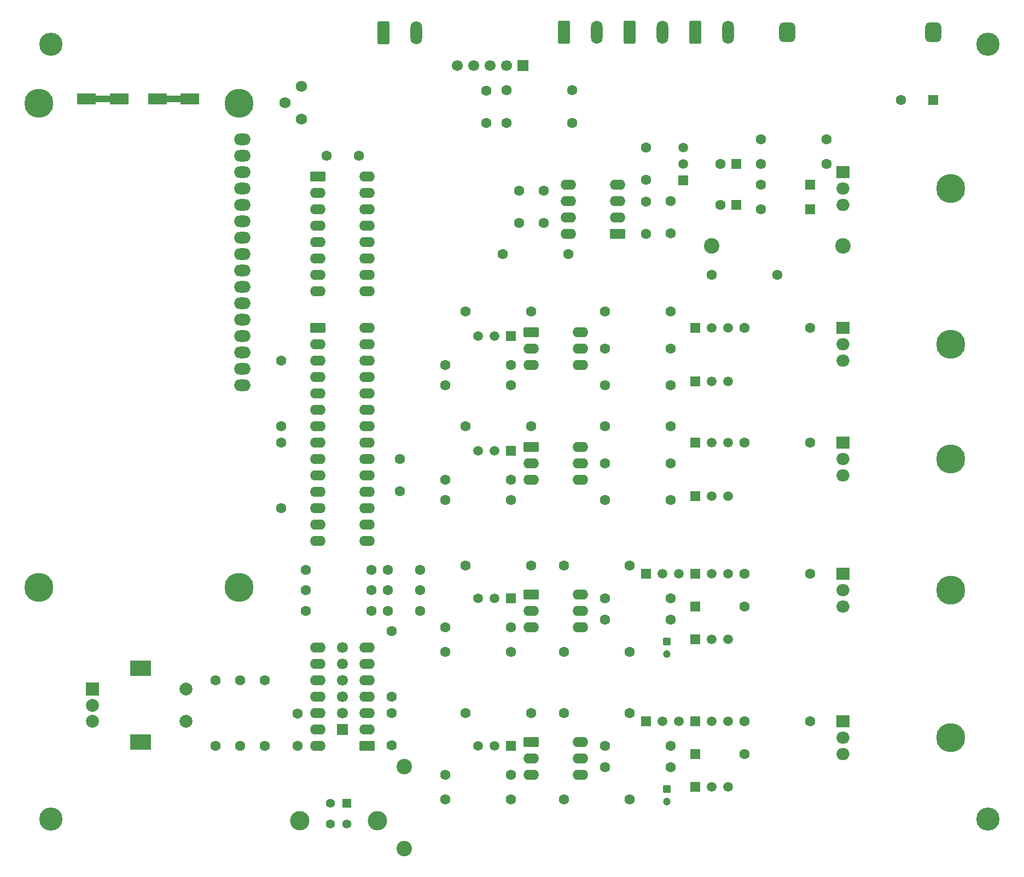
<source format=gbr>
%TF.GenerationSoftware,KiCad,Pcbnew,9.0.2*%
%TF.CreationDate,2025-07-13T15:59:37+02:00*%
%TF.ProjectId,Motor Control,4d6f746f-7220-4436-9f6e-74726f6c2e6b,1.0*%
%TF.SameCoordinates,Original*%
%TF.FileFunction,Soldermask,Bot*%
%TF.FilePolarity,Negative*%
%FSLAX46Y46*%
G04 Gerber Fmt 4.6, Leading zero omitted, Abs format (unit mm)*
G04 Created by KiCad (PCBNEW 9.0.2) date 2025-07-13 15:59:37*
%MOMM*%
%LPD*%
G01*
G04 APERTURE LIST*
G04 Aperture macros list*
%AMRoundRect*
0 Rectangle with rounded corners*
0 $1 Rounding radius*
0 $2 $3 $4 $5 $6 $7 $8 $9 X,Y pos of 4 corners*
0 Add a 4 corners polygon primitive as box body*
4,1,4,$2,$3,$4,$5,$6,$7,$8,$9,$2,$3,0*
0 Add four circle primitives for the rounded corners*
1,1,$1+$1,$2,$3*
1,1,$1+$1,$4,$5*
1,1,$1+$1,$6,$7*
1,1,$1+$1,$8,$9*
0 Add four rect primitives between the rounded corners*
20,1,$1+$1,$2,$3,$4,$5,0*
20,1,$1+$1,$4,$5,$6,$7,0*
20,1,$1+$1,$6,$7,$8,$9,0*
20,1,$1+$1,$8,$9,$2,$3,0*%
G04 Aperture macros list end*
%ADD10C,1.600000*%
%ADD11R,2.000000X1.905000*%
%ADD12C,4.500000*%
%ADD13O,2.000000X1.905000*%
%ADD14R,1.500000X1.500000*%
%ADD15C,1.500000*%
%ADD16R,1.700000X1.700000*%
%ADD17C,1.700000*%
%ADD18R,2.000000X2.000000*%
%ADD19C,2.000000*%
%ADD20R,3.200000X2.400000*%
%ADD21RoundRect,0.250000X-0.950000X-0.550000X0.950000X-0.550000X0.950000X0.550000X-0.950000X0.550000X0*%
%ADD22O,2.400000X1.600000*%
%ADD23RoundRect,0.250000X-0.650000X-1.550000X0.650000X-1.550000X0.650000X1.550000X-0.650000X1.550000X0*%
%ADD24O,1.800000X3.600000*%
%ADD25C,2.400000*%
%ADD26RoundRect,0.250000X-0.550000X-0.550000X0.550000X-0.550000X0.550000X0.550000X-0.550000X0.550000X0*%
%ADD27RoundRect,0.250000X-0.350000X0.350000X-0.350000X-0.350000X0.350000X-0.350000X0.350000X0.350000X0*%
%ADD28C,1.200000*%
%ADD29C,1.750000*%
%ADD30O,2.600000X1.800000*%
%ADD31R,3.000000X1.800000*%
%ADD32R,3.000000X1.000000*%
%ADD33RoundRect,0.250000X0.550000X0.550000X-0.550000X0.550000X-0.550000X-0.550000X0.550000X-0.550000X0*%
%ADD34RoundRect,0.250000X0.950000X0.550000X-0.950000X0.550000X-0.950000X-0.550000X0.950000X-0.550000X0*%
%ADD35C,3.600000*%
%ADD36R,1.400000X1.400000*%
%ADD37C,1.400000*%
%ADD38C,3.000000*%
%ADD39RoundRect,0.625000X-0.625000X-0.875000X0.625000X-0.875000X0.625000X0.875000X-0.625000X0.875000X0*%
G04 APERTURE END LIST*
D10*
%TO.C,R314*%
X112395000Y-110490000D03*
X122555000Y-110490000D03*
%TD*%
D11*
%TO.C,Q130*%
X195580000Y-87630000D03*
D12*
X212240000Y-90170000D03*
D13*
X195580000Y-90170000D03*
X195580000Y-92710000D03*
%TD*%
D10*
%TO.C,R900*%
X193040000Y-40640000D03*
X182880000Y-40640000D03*
%TD*%
D14*
%TO.C,Q121*%
X165100000Y-107950000D03*
D15*
X167640000Y-107950000D03*
X170180000Y-107950000D03*
%TD*%
D10*
%TO.C,R221*%
X133985000Y-116205000D03*
X144145000Y-116205000D03*
%TD*%
D14*
%TO.C,Q210*%
X144145000Y-134620000D03*
D15*
X141605000Y-134620000D03*
X139065000Y-134620000D03*
%TD*%
D16*
%TO.C,J410*%
X118110000Y-132080000D03*
D17*
X118110000Y-129540000D03*
X118110000Y-127000000D03*
X118110000Y-124460000D03*
X118110000Y-121920000D03*
X118110000Y-119380000D03*
%TD*%
D10*
%TO.C,R130*%
X180340000Y-87630000D03*
X190500000Y-87630000D03*
%TD*%
%TO.C,C906*%
X149225000Y-53570000D03*
X149225000Y-48570000D03*
%TD*%
D18*
%TO.C,SW310*%
X79375000Y-125810000D03*
D19*
X79375000Y-130810000D03*
X79375000Y-128310000D03*
D20*
X86875000Y-122610000D03*
X86875000Y-134010000D03*
D19*
X93875000Y-130810000D03*
X93875000Y-125810000D03*
%TD*%
D21*
%TO.C,U210*%
X147320000Y-133985000D03*
D22*
X147320000Y-136525000D03*
X147320000Y-139065000D03*
X154940000Y-139065000D03*
X154940000Y-136525000D03*
X154940000Y-133985000D03*
%TD*%
D10*
%TO.C,R901*%
X193040000Y-44450000D03*
X182880000Y-44450000D03*
%TD*%
%TO.C,R902*%
X175260000Y-61595000D03*
X185420000Y-61595000D03*
%TD*%
%TO.C,R212*%
X133985000Y-142875000D03*
X144145000Y-142875000D03*
%TD*%
%TO.C,R141*%
X158750000Y-67310000D03*
X168910000Y-67310000D03*
%TD*%
%TO.C,R143*%
X168910000Y-78740000D03*
X158750000Y-78740000D03*
%TD*%
D23*
%TO.C,J1*%
X124460000Y-24130000D03*
D24*
X129540000Y-24130000D03*
%TD*%
D10*
%TO.C,R210*%
X147320000Y-129540000D03*
X137160000Y-129540000D03*
%TD*%
%TO.C,C411*%
X125730000Y-129540000D03*
X125730000Y-134540000D03*
%TD*%
D21*
%TO.C,U220*%
X147320000Y-111125000D03*
D22*
X147320000Y-113665000D03*
X147320000Y-116205000D03*
X154940000Y-116205000D03*
X154940000Y-113665000D03*
X154940000Y-111125000D03*
%TD*%
D10*
%TO.C,R311*%
X102235000Y-124460000D03*
X102235000Y-134620000D03*
%TD*%
D25*
%TO.C,L410*%
X127645000Y-150495000D03*
X127645000Y-137795000D03*
%TD*%
D26*
%TO.C,D120*%
X172720000Y-113030000D03*
D10*
X180340000Y-113030000D03*
%TD*%
%TO.C,R122*%
X168910000Y-111760000D03*
X158750000Y-111760000D03*
%TD*%
%TO.C,R123*%
X168910000Y-115062000D03*
X158750000Y-115062000D03*
%TD*%
D27*
%TO.C,C120*%
X168275000Y-118407401D03*
D28*
X168275000Y-120407401D03*
%TD*%
D10*
%TO.C,R124*%
X152400000Y-120015000D03*
X162560000Y-120015000D03*
%TD*%
%TO.C,R315*%
X112395000Y-113665000D03*
X122555000Y-113665000D03*
%TD*%
%TO.C,R114*%
X152400000Y-142875000D03*
X162560000Y-142875000D03*
%TD*%
%TO.C,R220*%
X147320000Y-106680000D03*
X137160000Y-106680000D03*
%TD*%
%TO.C,R251*%
X143510000Y-33020000D03*
X153670000Y-33020000D03*
%TD*%
D29*
%TO.C,R300*%
X111760000Y-37465000D03*
X109220000Y-34925000D03*
X111760000Y-32385000D03*
%TD*%
D12*
%TO.C,DS300*%
X102120000Y-35040000D03*
X71120000Y-35040000D03*
X102120000Y-110040000D03*
X71120000Y-110040000D03*
D30*
X102620000Y-40640000D03*
X102620000Y-43180000D03*
X102620000Y-45720000D03*
X102620000Y-48260000D03*
X102620000Y-50800000D03*
X102620000Y-53340000D03*
X102620000Y-55880000D03*
X102620000Y-58420000D03*
X102620000Y-60960000D03*
X102620000Y-63500000D03*
X102620000Y-66040000D03*
X102620000Y-68580000D03*
X102620000Y-71120000D03*
X102620000Y-73660000D03*
X102620000Y-76200000D03*
X102620000Y-78740000D03*
D31*
X94480000Y-34400000D03*
D32*
X91940000Y-34400000D03*
D31*
X89440000Y-34400000D03*
X83560000Y-34400000D03*
D32*
X81020000Y-34400000D03*
D31*
X78480000Y-34400000D03*
%TD*%
D10*
%TO.C,R113*%
X168910000Y-137922000D03*
X158750000Y-137922000D03*
%TD*%
%TO.C,R110*%
X180340000Y-130810000D03*
X190500000Y-130810000D03*
%TD*%
%TO.C,R401*%
X108585000Y-97790000D03*
X108585000Y-87630000D03*
%TD*%
D21*
%TO.C,U400*%
X114300000Y-69850000D03*
D22*
X114300000Y-72390000D03*
X114300000Y-74930000D03*
X114300000Y-77470000D03*
X114300000Y-80010000D03*
X114300000Y-82550000D03*
X114300000Y-85090000D03*
X114300000Y-87630000D03*
X114300000Y-90170000D03*
X114300000Y-92710000D03*
X114300000Y-95250000D03*
X114300000Y-97790000D03*
X114300000Y-100330000D03*
X114300000Y-102870000D03*
X121920000Y-102870000D03*
X121920000Y-100330000D03*
X121920000Y-97790000D03*
X121920000Y-95250000D03*
X121920000Y-92710000D03*
X121920000Y-90170000D03*
X121920000Y-87630000D03*
X121920000Y-85090000D03*
X121920000Y-82550000D03*
X121920000Y-80010000D03*
X121920000Y-77470000D03*
X121920000Y-74930000D03*
X121920000Y-72390000D03*
X121920000Y-69850000D03*
%TD*%
D10*
%TO.C,R240*%
X147320000Y-67310000D03*
X137160000Y-67310000D03*
%TD*%
%TO.C,C410*%
X111125000Y-129620000D03*
X111125000Y-134620000D03*
%TD*%
D33*
%TO.C,C900*%
X209550000Y-34570000D03*
D10*
X204550000Y-34570000D03*
%TD*%
D11*
%TO.C,Q120*%
X195580000Y-107950000D03*
D12*
X212240000Y-110490000D03*
D13*
X195580000Y-110490000D03*
X195580000Y-113030000D03*
%TD*%
D10*
%TO.C,R241*%
X133985000Y-75565000D03*
X144145000Y-75565000D03*
%TD*%
D23*
%TO.C,J5*%
X172720000Y-24070000D03*
D24*
X177800000Y-24070000D03*
%TD*%
D10*
%TO.C,R132*%
X158750000Y-90805000D03*
X168910000Y-90805000D03*
%TD*%
D33*
%TO.C,D901*%
X190500000Y-47625000D03*
D10*
X182880000Y-47625000D03*
%TD*%
%TO.C,R133*%
X168910000Y-96520000D03*
X158750000Y-96520000D03*
%TD*%
%TO.C,R230*%
X147320000Y-85090000D03*
X137160000Y-85090000D03*
%TD*%
%TO.C,R313*%
X122555000Y-107315000D03*
X112395000Y-107315000D03*
%TD*%
D21*
%TO.C,U300*%
X114300000Y-46355000D03*
D22*
X114300000Y-48895000D03*
X114300000Y-51435000D03*
X114300000Y-53975000D03*
X114300000Y-56515000D03*
X114300000Y-59055000D03*
X114300000Y-61595000D03*
X114300000Y-64135000D03*
X121920000Y-64135000D03*
X121920000Y-61595000D03*
X121920000Y-59055000D03*
X121920000Y-56515000D03*
X121920000Y-53975000D03*
X121920000Y-51435000D03*
X121920000Y-48895000D03*
X121920000Y-46355000D03*
%TD*%
D10*
%TO.C,C400*%
X127000000Y-90170000D03*
X127000000Y-95170000D03*
%TD*%
%TO.C,C312*%
X125095000Y-113665000D03*
X130095000Y-113665000D03*
%TD*%
D33*
%TO.C,C901*%
X179070000Y-44450000D03*
D10*
X176570000Y-44450000D03*
%TD*%
D14*
%TO.C,Q220*%
X144145000Y-111760000D03*
D15*
X141605000Y-111760000D03*
X139065000Y-111760000D03*
%TD*%
D34*
%TO.C,U410*%
X121920000Y-134620000D03*
D22*
X121920000Y-132080000D03*
X121920000Y-129540000D03*
X121920000Y-127000000D03*
X121920000Y-124460000D03*
X121920000Y-121920000D03*
X121920000Y-119380000D03*
X114300000Y-119380000D03*
X114300000Y-121920000D03*
X114300000Y-124460000D03*
X114300000Y-127000000D03*
X114300000Y-129540000D03*
X114300000Y-132080000D03*
X114300000Y-134620000D03*
%TD*%
D10*
%TO.C,R121*%
X152400000Y-106680000D03*
X162560000Y-106680000D03*
%TD*%
%TO.C,C907*%
X145415000Y-53570000D03*
X145415000Y-48570000D03*
%TD*%
%TO.C,C903*%
X165100000Y-41910000D03*
X165100000Y-46910000D03*
%TD*%
%TO.C,C905*%
X165100000Y-55245000D03*
X165100000Y-50245000D03*
%TD*%
%TO.C,C311*%
X125095000Y-110490000D03*
X130095000Y-110490000D03*
%TD*%
D27*
%TO.C,C110*%
X168275000Y-141267401D03*
D28*
X168275000Y-143267401D03*
%TD*%
D35*
%TO.C,REF\u002A\u002A*%
X73010000Y-145920000D03*
%TD*%
D10*
%TO.C,R112*%
X168910000Y-134620000D03*
X158750000Y-134620000D03*
%TD*%
D35*
%TO.C,REF\u002A\u002A*%
X218010000Y-145920000D03*
%TD*%
D11*
%TO.C,Q110*%
X195580000Y-130810000D03*
D12*
X212240000Y-133350000D03*
D13*
X195580000Y-133350000D03*
X195580000Y-135890000D03*
%TD*%
D10*
%TO.C,C310*%
X125095000Y-107315000D03*
X130095000Y-107315000D03*
%TD*%
%TO.C,R232*%
X133985000Y-96520000D03*
X144145000Y-96520000D03*
%TD*%
D35*
%TO.C,REF\u002A\u002A*%
X73010000Y-25920000D03*
%TD*%
D23*
%TO.C,J4*%
X162560000Y-24070000D03*
D24*
X167640000Y-24070000D03*
%TD*%
D14*
%TO.C,Q142*%
X172720000Y-78105000D03*
D15*
X175260000Y-78105000D03*
X177800000Y-78105000D03*
%TD*%
D11*
%TO.C,Q140*%
X195580000Y-69850000D03*
D12*
X212240000Y-72390000D03*
D13*
X195580000Y-72390000D03*
X195580000Y-74930000D03*
%TD*%
D10*
%TO.C,R250*%
X153670000Y-38100000D03*
X143510000Y-38100000D03*
%TD*%
%TO.C,R140*%
X180340000Y-69850000D03*
X190500000Y-69850000D03*
%TD*%
D25*
%TO.C,R000*%
X175260000Y-57150000D03*
X195580000Y-57150000D03*
%TD*%
D10*
%TO.C,R142*%
X158750000Y-73025000D03*
X168910000Y-73025000D03*
%TD*%
D35*
%TO.C,REF\u002A\u002A*%
X218010000Y-25920000D03*
%TD*%
D10*
%TO.C,C904*%
X168910000Y-55165000D03*
X168910000Y-50165000D03*
%TD*%
D14*
%TO.C,Q131*%
X172720000Y-87630000D03*
D15*
X175260000Y-87630000D03*
X177800000Y-87630000D03*
%TD*%
D10*
%TO.C,R410*%
X125730000Y-116840000D03*
X125730000Y-127000000D03*
%TD*%
%TO.C,R903*%
X142875000Y-58420000D03*
X153035000Y-58420000D03*
%TD*%
%TO.C,R111*%
X152400000Y-129540000D03*
X162560000Y-129540000D03*
%TD*%
%TO.C,R312*%
X106045000Y-124460000D03*
X106045000Y-134620000D03*
%TD*%
%TO.C,R242*%
X133985000Y-78740000D03*
X144145000Y-78740000D03*
%TD*%
D26*
%TO.C,D110*%
X172720000Y-135890000D03*
D10*
X180340000Y-135890000D03*
%TD*%
D14*
%TO.C,Q123*%
X172720000Y-118110000D03*
D15*
X175260000Y-118110000D03*
X177800000Y-118110000D03*
%TD*%
D16*
%TO.C,J400*%
X146050000Y-29210000D03*
D17*
X143510000Y-29210000D03*
X140970000Y-29210000D03*
X138430000Y-29210000D03*
X135890000Y-29210000D03*
%TD*%
D11*
%TO.C,U900*%
X195580000Y-45720000D03*
D12*
X212240000Y-48260000D03*
D13*
X195580000Y-48260000D03*
X195580000Y-50800000D03*
%TD*%
D10*
%TO.C,R211*%
X133985000Y-139065000D03*
X144145000Y-139065000D03*
%TD*%
D14*
%TO.C,Q112*%
X172720000Y-130810000D03*
D15*
X175260000Y-130810000D03*
X177800000Y-130810000D03*
%TD*%
D14*
%TO.C,Q141*%
X172720000Y-69850000D03*
D15*
X175260000Y-69850000D03*
X177800000Y-69850000D03*
%TD*%
D10*
%TO.C,C300*%
X115650000Y-43180000D03*
X120650000Y-43180000D03*
%TD*%
%TO.C,R231*%
X133985000Y-93345000D03*
X144145000Y-93345000D03*
%TD*%
D14*
%TO.C,Q111*%
X165100000Y-130810000D03*
D15*
X167640000Y-130810000D03*
X170180000Y-130810000D03*
%TD*%
D14*
%TO.C,Q122*%
X172720000Y-107950000D03*
D15*
X175260000Y-107950000D03*
X177800000Y-107950000D03*
%TD*%
D36*
%TO.C,J411*%
X118745000Y-143485000D03*
D37*
X116245000Y-143485000D03*
X116245000Y-146685000D03*
X118745000Y-146685000D03*
D38*
X111475000Y-146195000D03*
X123515000Y-146195000D03*
%TD*%
D10*
%TO.C,R400*%
X108585000Y-85090000D03*
X108585000Y-74930000D03*
%TD*%
D21*
%TO.C,U240*%
X147320000Y-70485000D03*
D22*
X147320000Y-73025000D03*
X147320000Y-75565000D03*
X154940000Y-75565000D03*
X154940000Y-73025000D03*
X154940000Y-70485000D03*
%TD*%
D33*
%TO.C,C902*%
X179070000Y-50800000D03*
D10*
X176570000Y-50800000D03*
%TD*%
D23*
%TO.C,J6*%
X152400000Y-24070000D03*
D24*
X157480000Y-24070000D03*
%TD*%
D14*
%TO.C,U901*%
X170815000Y-46990000D03*
D15*
X170815000Y-44450000D03*
X170815000Y-41910000D03*
%TD*%
D10*
%TO.C,R310*%
X98425000Y-124460000D03*
X98425000Y-134620000D03*
%TD*%
D14*
%TO.C,Q240*%
X144145000Y-71120000D03*
D15*
X141605000Y-71120000D03*
X139065000Y-71120000D03*
%TD*%
D10*
%TO.C,R131*%
X158750000Y-85090000D03*
X168910000Y-85090000D03*
%TD*%
%TO.C,R222*%
X133985000Y-120015000D03*
X144145000Y-120015000D03*
%TD*%
D34*
%TO.C,U902*%
X160655000Y-55245000D03*
D22*
X160655000Y-52705000D03*
X160655000Y-50165000D03*
X160655000Y-47625000D03*
X153035000Y-47625000D03*
X153035000Y-50165000D03*
X153035000Y-52705000D03*
X153035000Y-55245000D03*
%TD*%
D10*
%TO.C,C250*%
X140335000Y-38100000D03*
X140335000Y-33100000D03*
%TD*%
%TO.C,R120*%
X180340000Y-107950000D03*
X190500000Y-107950000D03*
%TD*%
D21*
%TO.C,U230*%
X147320000Y-88265000D03*
D22*
X147320000Y-90805000D03*
X147320000Y-93345000D03*
X154940000Y-93345000D03*
X154940000Y-90805000D03*
X154940000Y-88265000D03*
%TD*%
D14*
%TO.C,Q230*%
X144145000Y-88900000D03*
D15*
X141605000Y-88900000D03*
X139065000Y-88900000D03*
%TD*%
D14*
%TO.C,Q132*%
X172720000Y-95885000D03*
D15*
X175260000Y-95885000D03*
X177800000Y-95885000D03*
%TD*%
D39*
%TO.C,F1*%
X186950000Y-24070000D03*
X209550000Y-24070000D03*
%TD*%
D33*
%TO.C,D900*%
X190500000Y-51435000D03*
D10*
X182880000Y-51435000D03*
%TD*%
D14*
%TO.C,Q113*%
X172720000Y-140970000D03*
D15*
X175260000Y-140970000D03*
X177800000Y-140970000D03*
%TD*%
M02*

</source>
